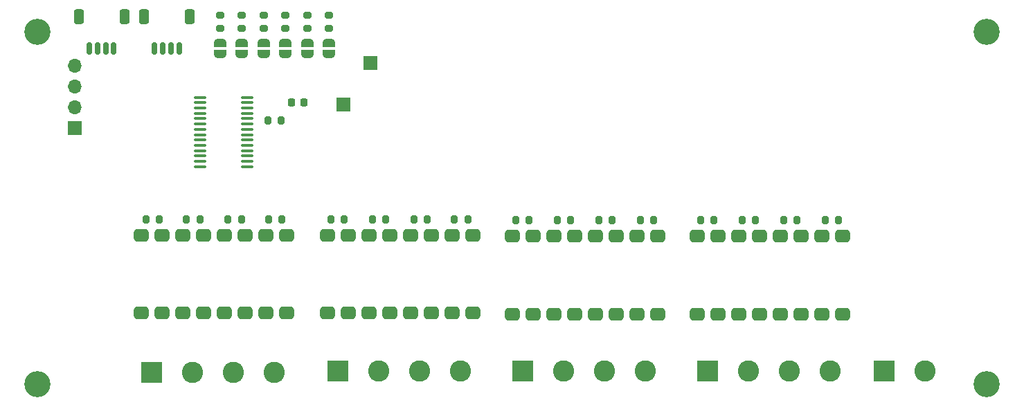
<source format=gts>
%TF.GenerationSoftware,KiCad,Pcbnew,(6.0.0)*%
%TF.CreationDate,2023-01-31T14:33:53-05:00*%
%TF.ProjectId,i2c 24vout,69326320-3234-4766-9f75-742e6b696361,rev?*%
%TF.SameCoordinates,Original*%
%TF.FileFunction,Soldermask,Top*%
%TF.FilePolarity,Negative*%
%FSLAX46Y46*%
G04 Gerber Fmt 4.6, Leading zero omitted, Abs format (unit mm)*
G04 Created by KiCad (PCBNEW (6.0.0)) date 2023-01-31 14:33:53*
%MOMM*%
%LPD*%
G01*
G04 APERTURE LIST*
G04 Aperture macros list*
%AMRoundRect*
0 Rectangle with rounded corners*
0 $1 Rounding radius*
0 $2 $3 $4 $5 $6 $7 $8 $9 X,Y pos of 4 corners*
0 Add a 4 corners polygon primitive as box body*
4,1,4,$2,$3,$4,$5,$6,$7,$8,$9,$2,$3,0*
0 Add four circle primitives for the rounded corners*
1,1,$1+$1,$2,$3*
1,1,$1+$1,$4,$5*
1,1,$1+$1,$6,$7*
1,1,$1+$1,$8,$9*
0 Add four rect primitives between the rounded corners*
20,1,$1+$1,$2,$3,$4,$5,0*
20,1,$1+$1,$4,$5,$6,$7,0*
20,1,$1+$1,$6,$7,$8,$9,0*
20,1,$1+$1,$8,$9,$2,$3,0*%
%AMFreePoly0*
4,1,22,0.500000,-0.750000,0.000000,-0.750000,0.000000,-0.745033,-0.079941,-0.743568,-0.215256,-0.701293,-0.333266,-0.622738,-0.424486,-0.514219,-0.481581,-0.384460,-0.499164,-0.250000,-0.500000,-0.250000,-0.500000,0.250000,-0.499164,0.250000,-0.499963,0.256109,-0.478152,0.396186,-0.417904,0.524511,-0.324060,0.630769,-0.204165,0.706417,-0.067858,0.745374,0.000000,0.744959,0.000000,0.750000,
0.500000,0.750000,0.500000,-0.750000,0.500000,-0.750000,$1*%
%AMFreePoly1*
4,1,20,0.000000,0.744959,0.073905,0.744508,0.209726,0.703889,0.328688,0.626782,0.421226,0.519385,0.479903,0.390333,0.500000,0.250000,0.500000,-0.250000,0.499851,-0.262216,0.476331,-0.402017,0.414519,-0.529596,0.319384,-0.634700,0.198574,-0.708877,0.061801,-0.746166,0.000000,-0.745033,0.000000,-0.750000,-0.500000,-0.750000,-0.500000,0.750000,0.000000,0.750000,0.000000,0.744959,
0.000000,0.744959,$1*%
G04 Aperture macros list end*
%ADD10R,2.600000X2.600000*%
%ADD11C,2.600000*%
%ADD12RoundRect,0.200000X0.200000X0.275000X-0.200000X0.275000X-0.200000X-0.275000X0.200000X-0.275000X0*%
%ADD13RoundRect,0.334400X-0.555600X0.425600X-0.555600X-0.425600X0.555600X-0.425600X0.555600X0.425600X0*%
%ADD14FreePoly0,90.000000*%
%ADD15FreePoly1,90.000000*%
%ADD16RoundRect,0.200000X0.275000X-0.200000X0.275000X0.200000X-0.275000X0.200000X-0.275000X-0.200000X0*%
%ADD17C,3.200000*%
%ADD18RoundRect,0.150000X0.150000X0.625000X-0.150000X0.625000X-0.150000X-0.625000X0.150000X-0.625000X0*%
%ADD19RoundRect,0.250000X0.350000X0.650000X-0.350000X0.650000X-0.350000X-0.650000X0.350000X-0.650000X0*%
%ADD20RoundRect,0.225000X-0.225000X-0.250000X0.225000X-0.250000X0.225000X0.250000X-0.225000X0.250000X0*%
%ADD21R,1.700000X1.700000*%
%ADD22O,1.700000X1.700000*%
%ADD23RoundRect,0.200000X-0.200000X-0.275000X0.200000X-0.275000X0.200000X0.275000X-0.200000X0.275000X0*%
%ADD24RoundRect,0.100000X-0.637500X-0.100000X0.637500X-0.100000X0.637500X0.100000X-0.637500X0.100000X0*%
G04 APERTURE END LIST*
D10*
%TO.C,J1*%
X197946000Y-125313000D03*
D11*
X202946000Y-125313000D03*
%TD*%
D10*
%TO.C,J4*%
X153703000Y-125313000D03*
D11*
X158703000Y-125313000D03*
X163703000Y-125313000D03*
X168703000Y-125313000D03*
%TD*%
D12*
%TO.C,R9*%
X154535000Y-106847000D03*
X152885000Y-106847000D03*
%TD*%
D13*
%TO.C,U1*%
X124881000Y-108702000D03*
X122341000Y-108702000D03*
X119801000Y-108702000D03*
X117261000Y-108702000D03*
X114721000Y-108702000D03*
X112181000Y-108702000D03*
X109641000Y-108702000D03*
X107101000Y-108702000D03*
X107101000Y-118222000D03*
X109641000Y-118222000D03*
X112181000Y-118222000D03*
X114721000Y-118222000D03*
X117261000Y-118222000D03*
X119801000Y-118222000D03*
X122341000Y-118222000D03*
X124881000Y-118222000D03*
%TD*%
%TO.C,U4*%
X192826000Y-108818000D03*
X190286000Y-108818000D03*
X187746000Y-108818000D03*
X185206000Y-108818000D03*
X182666000Y-108818000D03*
X180126000Y-108818000D03*
X177586000Y-108818000D03*
X175046000Y-108818000D03*
X175046000Y-118338000D03*
X177586000Y-118338000D03*
X180126000Y-118338000D03*
X182666000Y-118338000D03*
X185206000Y-118338000D03*
X187746000Y-118338000D03*
X190286000Y-118338000D03*
X192826000Y-118338000D03*
%TD*%
D14*
%TO.C,JP6*%
X130048000Y-86502000D03*
D15*
X130048000Y-85202000D03*
%TD*%
D16*
%TO.C,R33*%
X116713000Y-83405000D03*
X116713000Y-81755000D03*
%TD*%
D12*
%TO.C,R5*%
X131929000Y-106720000D03*
X130279000Y-106720000D03*
%TD*%
D14*
%TO.C,JP3*%
X122047000Y-86502000D03*
D15*
X122047000Y-85202000D03*
%TD*%
D12*
%TO.C,R2*%
X114276000Y-106720000D03*
X112626000Y-106720000D03*
%TD*%
D10*
%TO.C,J2*%
X108364000Y-125440000D03*
D11*
X113364000Y-125440000D03*
X118364000Y-125440000D03*
X123364000Y-125440000D03*
%TD*%
D14*
%TO.C,JP1*%
X116713000Y-86502000D03*
D15*
X116713000Y-85202000D03*
%TD*%
D17*
%TO.C,REF\u002A\u002A*%
X94400000Y-83834000D03*
%TD*%
D12*
%TO.C,R12*%
X169775000Y-106847000D03*
X168125000Y-106847000D03*
%TD*%
D10*
%TO.C,J3*%
X131097000Y-125313000D03*
D11*
X136097000Y-125313000D03*
X141097000Y-125313000D03*
X146097000Y-125313000D03*
%TD*%
D12*
%TO.C,R3*%
X119356000Y-106720000D03*
X117706000Y-106720000D03*
%TD*%
D18*
%TO.C,J7*%
X111736000Y-85820000D03*
X110736000Y-85820000D03*
X109736000Y-85820000D03*
X108736000Y-85820000D03*
D19*
X113036000Y-81945000D03*
X107436000Y-81945000D03*
%TD*%
D14*
%TO.C,JP2*%
X119380000Y-86502000D03*
D15*
X119380000Y-85202000D03*
%TD*%
D20*
%TO.C,C17*%
X125463000Y-92456000D03*
X127013000Y-92456000D03*
%TD*%
D12*
%TO.C,R11*%
X164695000Y-106847000D03*
X163045000Y-106847000D03*
%TD*%
%TO.C,R4*%
X124309000Y-106720000D03*
X122659000Y-106720000D03*
%TD*%
D16*
%TO.C,R38*%
X130048000Y-83390000D03*
X130048000Y-81740000D03*
%TD*%
D21*
%TO.C,J6*%
X99000000Y-95544000D03*
D22*
X99000000Y-93004000D03*
X99000000Y-90464000D03*
X99000000Y-87924000D03*
%TD*%
D23*
%TO.C,R39*%
X122583000Y-94655000D03*
X124233000Y-94655000D03*
%TD*%
D12*
%TO.C,R10*%
X159615000Y-106847000D03*
X157965000Y-106847000D03*
%TD*%
%TO.C,R14*%
X182221000Y-106847000D03*
X180571000Y-106847000D03*
%TD*%
D24*
%TO.C,U5*%
X114322500Y-91834000D03*
X114322500Y-92484000D03*
X114322500Y-93134000D03*
X114322500Y-93784000D03*
X114322500Y-94434000D03*
X114322500Y-95084000D03*
X114322500Y-95734000D03*
X114322500Y-96384000D03*
X114322500Y-97034000D03*
X114322500Y-97684000D03*
X114322500Y-98334000D03*
X114322500Y-98984000D03*
X114322500Y-99634000D03*
X114322500Y-100284000D03*
X120047500Y-100284000D03*
X120047500Y-99634000D03*
X120047500Y-98984000D03*
X120047500Y-98334000D03*
X120047500Y-97684000D03*
X120047500Y-97034000D03*
X120047500Y-96384000D03*
X120047500Y-95734000D03*
X120047500Y-95084000D03*
X120047500Y-94434000D03*
X120047500Y-93784000D03*
X120047500Y-93134000D03*
X120047500Y-92484000D03*
X120047500Y-91834000D03*
%TD*%
D10*
%TO.C,J5*%
X176309000Y-125313000D03*
D11*
X181309000Y-125313000D03*
X186309000Y-125313000D03*
X191309000Y-125313000D03*
%TD*%
D16*
%TO.C,R37*%
X127381000Y-83405000D03*
X127381000Y-81755000D03*
%TD*%
D21*
%TO.C,J10*%
X131826000Y-92710000D03*
%TD*%
D17*
%TO.C,REF\u002A\u002A*%
X210479000Y-83834000D03*
%TD*%
D12*
%TO.C,R8*%
X147042000Y-106720000D03*
X145392000Y-106720000D03*
%TD*%
D18*
%TO.C,J8*%
X103735000Y-85820000D03*
X102735000Y-85820000D03*
X101735000Y-85820000D03*
X100735000Y-85820000D03*
D19*
X99435000Y-81945000D03*
X105035000Y-81945000D03*
%TD*%
D21*
%TO.C,J9*%
X135128000Y-87630000D03*
%TD*%
D12*
%TO.C,R1*%
X109323000Y-106720000D03*
X107673000Y-106720000D03*
%TD*%
D17*
%TO.C,REF\u002A\u002A*%
X210479000Y-126913000D03*
%TD*%
D16*
%TO.C,R36*%
X124714000Y-83390000D03*
X124714000Y-81740000D03*
%TD*%
D12*
%TO.C,R16*%
X192381000Y-106847000D03*
X190731000Y-106847000D03*
%TD*%
D16*
%TO.C,R35*%
X122047000Y-83390000D03*
X122047000Y-81740000D03*
%TD*%
D14*
%TO.C,JP5*%
X127381000Y-86502000D03*
D15*
X127381000Y-85202000D03*
%TD*%
D13*
%TO.C,U2*%
X147614000Y-108702000D03*
X145074000Y-108702000D03*
X142534000Y-108702000D03*
X139994000Y-108702000D03*
X137454000Y-108702000D03*
X134914000Y-108702000D03*
X132374000Y-108702000D03*
X129834000Y-108702000D03*
X129834000Y-118222000D03*
X132374000Y-118222000D03*
X134914000Y-118222000D03*
X137454000Y-118222000D03*
X139994000Y-118222000D03*
X142534000Y-118222000D03*
X145074000Y-118222000D03*
X147614000Y-118222000D03*
%TD*%
D14*
%TO.C,JP4*%
X124714000Y-86502000D03*
D15*
X124714000Y-85202000D03*
%TD*%
D13*
%TO.C,U3*%
X170220000Y-108818000D03*
X167680000Y-108818000D03*
X165140000Y-108818000D03*
X162600000Y-108818000D03*
X160060000Y-108818000D03*
X157520000Y-108818000D03*
X154980000Y-108818000D03*
X152440000Y-108818000D03*
X152440000Y-118338000D03*
X154980000Y-118338000D03*
X157520000Y-118338000D03*
X160060000Y-118338000D03*
X162600000Y-118338000D03*
X165140000Y-118338000D03*
X167680000Y-118338000D03*
X170220000Y-118338000D03*
%TD*%
D12*
%TO.C,R13*%
X177141000Y-106847000D03*
X175491000Y-106847000D03*
%TD*%
%TO.C,R7*%
X142089000Y-106720000D03*
X140439000Y-106720000D03*
%TD*%
%TO.C,R6*%
X137009000Y-106720000D03*
X135359000Y-106720000D03*
%TD*%
D17*
%TO.C,REF\u002A\u002A*%
X94400000Y-126913000D03*
%TD*%
D16*
%TO.C,R34*%
X119380000Y-83390000D03*
X119380000Y-81740000D03*
%TD*%
D12*
%TO.C,R15*%
X187301000Y-106847000D03*
X185651000Y-106847000D03*
%TD*%
M02*

</source>
